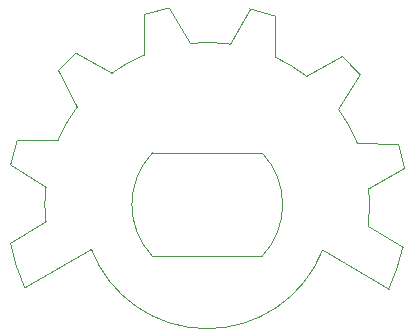
<source format=gm1>
G04 #@! TF.GenerationSoftware,KiCad,Pcbnew,7.0.1*
G04 #@! TF.CreationDate,2023-04-30T12:57:05-04:00*
G04 #@! TF.ProjectId,cord reel detent ring,636f7264-2072-4656-956c-20646574656e,rev?*
G04 #@! TF.SameCoordinates,Original*
G04 #@! TF.FileFunction,Profile,NP*
%FSLAX46Y46*%
G04 Gerber Fmt 4.6, Leading zero omitted, Abs format (unit mm)*
G04 Created by KiCad (PCBNEW 7.0.1) date 2023-04-30 12:57:05*
%MOMM*%
%LPD*%
G01*
G04 APERTURE LIST*
G04 #@! TA.AperFunction,Profile*
%ADD10C,0.100000*%
G04 #@! TD*
G04 APERTURE END LIST*
D10*
X16699996Y3109999D02*
G75*
G03*
X16196647Y5121589I-16699696J-3109899D01*
G01*
X-4620249Y4389737D02*
X4650000Y4390000D01*
X-4620000Y-4390000D02*
X4640000Y-4390000D01*
X5770000Y15949999D02*
G75*
G03*
X3599516Y16573939I-5759950J-15949829D01*
G01*
X-13659999Y1490000D02*
G75*
G03*
X-13668505Y-1409846I13659968J-1490004D01*
G01*
X-16070000Y5460000D02*
G75*
G03*
X-16636848Y3357346I16069973J-5459989D01*
G01*
X-5340489Y16091341D02*
X-5370000Y12650000D01*
X11107478Y8090879D02*
X12910000Y11040000D01*
X5768061Y12480540D02*
X5770000Y15950000D01*
X-9819999Y-3739999D02*
G75*
G03*
X9772986Y-3861180I9819999J3740000D01*
G01*
X-16649992Y-3269998D02*
G75*
G03*
X-15460813Y-6991324I16650092J3269998D01*
G01*
X16196648Y5121589D02*
X12720000Y5200000D01*
X12720000Y5200000D02*
G75*
G03*
X11107478Y8090879I-12720000J-5200000D01*
G01*
X-10980000Y8290000D02*
G75*
G03*
X-12628039Y5460504I10979938J-8289963D01*
G01*
X-16636848Y3357346D02*
X-13660000Y1490000D01*
X-4620249Y4389737D02*
G75*
G03*
X-4620000Y-4390000I4620246J-4389737D01*
G01*
X-3250001Y16640005D02*
G75*
G03*
X-5340489Y16091341I3250101J-16640205D01*
G01*
X-11110000Y12810000D02*
G75*
G03*
X-12583899Y11365459I11110100J-12810100D01*
G01*
X12909998Y11039999D02*
G75*
G03*
X11436997Y12559647I-12909898J-11039899D01*
G01*
X13629998Y-1830000D02*
G75*
G03*
X13680948Y1399074I-13630008J1830000D01*
G01*
X-8083015Y11114146D02*
X-11110000Y12810000D01*
X-12583900Y11365459D02*
X-10980000Y8290000D01*
X-15460814Y-6991324D02*
X-9820000Y-3740000D01*
X13680949Y1399074D02*
X16700000Y3110000D01*
X9772987Y-3861180D02*
X15360000Y-7180000D01*
X15359999Y-7180000D02*
G75*
G03*
X16569663Y-3595587I-15360056J7180021D01*
G01*
X1950000Y13589999D02*
G75*
G03*
X-1458029Y13651547I-1950001J-13589969D01*
G01*
X3599516Y16573939D02*
X1950000Y13590000D01*
X-5370000Y12649999D02*
G75*
G03*
X-8083015Y11114145I5370030J-12650049D01*
G01*
X-1458029Y13651547D02*
X-3250000Y16640000D01*
X8380000Y10900000D02*
G75*
G03*
X5768061Y12480540I-8379960J-10899930D01*
G01*
X4645278Y-4394993D02*
G75*
G03*
X4649999Y4390000I-4645275J4394994D01*
G01*
X-13668505Y-1409846D02*
X-16650000Y-3270000D01*
X11436998Y12559648D02*
X8380000Y10900000D01*
X-12628040Y5460504D02*
X-16070000Y5460000D01*
X16569664Y-3595587D02*
X13630000Y-1830000D01*
M02*

</source>
